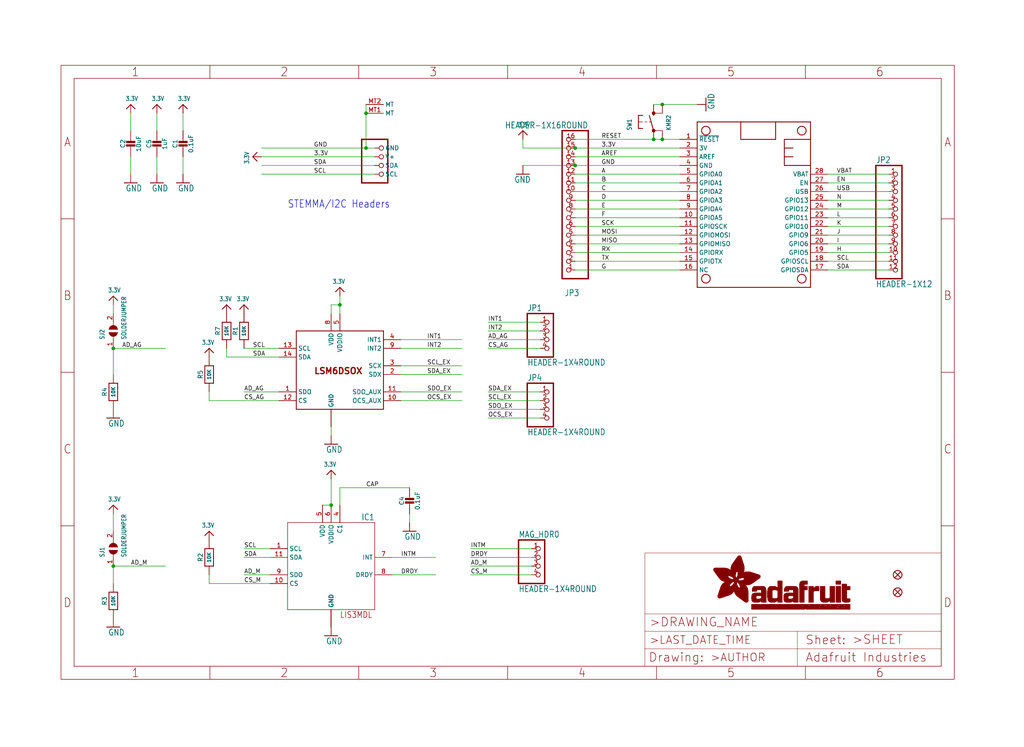
<source format=kicad_sch>
(kicad_sch (version 20211123) (generator eeschema)
  (paper "User" 298.45 217.881)
  (lib_symbols
    (symbol "eagleSchem-eagle-import:3.3V" (power)
      (property "Value" "3.3V" (at -1.524 1.016 0))
      (symbol "3.3V_1_0"
        (pin power_in line (at 0 -2.54 90) (length 2.54) (name "3.3V") (number "1"))
      )
    )
    (symbol "eagleSchem-eagle-import:CAP_CERAMIC0603_NO"
      (property "Reference" "C" (at -2.29 1.25 90))
      (property "Value" "CAP_CERAMIC0603_NO" (at 2.3 1.25 90))
      (symbol "CAP_CERAMIC0603_NO_1_0"
        (pin passive line (at 0 5.08 270) (length 2.54) (name "1") (number "1"))
        (pin passive line (at 0 -2.54 90) (length 2.54) (name "2") (number "2"))
      )
    )
    (symbol "eagleSchem-eagle-import:CAP_CERAMIC0805-NOOUTLINE"
      (property "Reference" "C" (at -2.29 1.25 90))
      (property "Value" "CAP_CERAMIC0805-NOOUTLINE" (at 2.3 1.25 90))
      (symbol "CAP_CERAMIC0805-NOOUTLINE_1_0"
        (pin passive line (at 0 5.08 270) (length 2.54) (name "1") (number "1"))
        (pin passive line (at 0 -2.54 90) (length 2.54) (name "2") (number "2"))
      )
    )
    (symbol "eagleSchem-eagle-import:FEATHERWING"
      (symbol "FEATHERWING_1_0"
        (pin input line (at 5.08 -5.08 90) (length 5.08) (name "~{RESET}") (number "1"))
        (pin bidirectional line (at 27.94 -5.08 90) (length 5.08) (name "GPIOA5") (number "10"))
        (pin bidirectional line (at 30.48 -5.08 90) (length 5.08) (name "GPIOSCK") (number "11"))
        (pin bidirectional line (at 33.02 -5.08 90) (length 5.08) (name "GPIOMOSI") (number "12"))
        (pin bidirectional line (at 35.56 -5.08 90) (length 5.08) (name "GPIOMISO") (number "13"))
        (pin bidirectional line (at 38.1 -5.08 90) (length 5.08) (name "GPIORX") (number "14"))
        (pin bidirectional line (at 40.64 -5.08 90) (length 5.08) (name "GPIOTX") (number "15"))
        (pin passive line (at 43.18 -5.08 90) (length 5.08) (name "NC") (number "16"))
        (pin bidirectional line (at 43.18 38.1 270) (length 5.08) (name "GPIOSDA") (number "17"))
        (pin bidirectional line (at 40.64 38.1 270) (length 5.08) (name "GPIOSCL") (number "18"))
        (pin bidirectional line (at 38.1 38.1 270) (length 5.08) (name "GPIO5") (number "19"))
        (pin power_in line (at 7.62 -5.08 90) (length 5.08) (name "3V") (number "2"))
        (pin bidirectional line (at 35.56 38.1 270) (length 5.08) (name "GPIO6") (number "20"))
        (pin bidirectional line (at 33.02 38.1 270) (length 5.08) (name "GPIO9") (number "21"))
        (pin bidirectional line (at 30.48 38.1 270) (length 5.08) (name "GPIO10") (number "22"))
        (pin bidirectional line (at 27.94 38.1 270) (length 5.08) (name "GPIO11") (number "23"))
        (pin bidirectional line (at 25.4 38.1 270) (length 5.08) (name "GPIO12") (number "24"))
        (pin bidirectional line (at 22.86 38.1 270) (length 5.08) (name "GPIO13") (number "25"))
        (pin power_in line (at 20.32 38.1 270) (length 5.08) (name "USB") (number "26"))
        (pin passive line (at 17.78 38.1 270) (length 5.08) (name "EN") (number "27"))
        (pin power_in line (at 15.24 38.1 270) (length 5.08) (name "VBAT") (number "28"))
        (pin passive line (at 10.16 -5.08 90) (length 5.08) (name "AREF") (number "3"))
        (pin power_in line (at 12.7 -5.08 90) (length 5.08) (name "GND") (number "4"))
        (pin bidirectional line (at 15.24 -5.08 90) (length 5.08) (name "GPIOA0") (number "5"))
        (pin bidirectional line (at 17.78 -5.08 90) (length 5.08) (name "GPIOA1") (number "6"))
        (pin bidirectional line (at 20.32 -5.08 90) (length 5.08) (name "GPIOA2") (number "7"))
        (pin bidirectional line (at 22.86 -5.08 90) (length 5.08) (name "GPIOA3") (number "8"))
        (pin bidirectional line (at 25.4 -5.08 90) (length 5.08) (name "GPIOA4") (number "9"))
      )
    )
    (symbol "eagleSchem-eagle-import:FIDUCIAL_1MM")
    (symbol "eagleSchem-eagle-import:FRAME_A4_ADAFRUIT"
      (symbol "FRAME_A4_ADAFRUIT_0_0"
        (text "1" (at 21.6958 1.905 0) (effects (font (size 2.54 2.286))))
        (text "1" (at 21.6958 177.165 0) (effects (font (size 2.54 2.286))))
        (text "2" (at 65.0875 1.905 0) (effects (font (size 2.54 2.286))))
        (text "2" (at 65.0875 177.165 0) (effects (font (size 2.54 2.286))))
        (text "3" (at 108.4792 1.905 0) (effects (font (size 2.54 2.286))))
        (text "3" (at 108.4792 177.165 0) (effects (font (size 2.54 2.286))))
        (text "4" (at 151.8708 1.905 0) (effects (font (size 2.54 2.286))))
        (text "4" (at 151.8708 177.165 0) (effects (font (size 2.54 2.286))))
        (text "5" (at 195.2625 1.905 0) (effects (font (size 2.54 2.286))))
        (text "5" (at 195.2625 177.165 0) (effects (font (size 2.54 2.286))))
        (text "6" (at 238.6542 1.905 0) (effects (font (size 2.54 2.286))))
        (text "6" (at 238.6542 177.165 0) (effects (font (size 2.54 2.286))))
        (text "A" (at 1.905 156.6863 0) (effects (font (size 2.54 2.286))))
        (text "A" (at 258.445 156.6863 0) (effects (font (size 2.54 2.286))))
        (text "B" (at 1.905 111.9188 0) (effects (font (size 2.54 2.286))))
        (text "B" (at 258.445 111.9188 0) (effects (font (size 2.54 2.286))))
        (text "C" (at 1.905 67.1513 0) (effects (font (size 2.54 2.286))))
        (text "C" (at 258.445 67.1513 0) (effects (font (size 2.54 2.286))))
        (text "D" (at 1.905 22.3838 0) (effects (font (size 2.54 2.286))))
        (text "D" (at 258.445 22.3838 0) (effects (font (size 2.54 2.286))))
      )
      (symbol "FRAME_A4_ADAFRUIT_1_0"
        (text ">AUTHOR" (at 189.23 5.08 0) (effects (font (size 2.286 2.286)) (justify left bottom)))
        (text ">DRAWING_NAME" (at 171.45 15.24 0) (effects (font (size 2.54 2.54)) (justify left bottom)))
        (text ">LAST_DATE_TIME" (at 171.45 10.16 0) (effects (font (size 2.286 2.286)) (justify left bottom)))
        (text ">SHEET" (at 230.505 10.16 0) (effects (font (size 2.54 2.54)) (justify left bottom)))
        (text "Adafruit Industries" (at 216.916 4.953 0) (effects (font (size 2.54 2.54)) (justify left bottom)))
        (text "Drawing:" (at 171.196 4.953 0) (effects (font (size 2.54 2.54)) (justify left bottom)))
        (text "Sheet:" (at 216.916 10.033 0) (effects (font (size 2.54 2.54)) (justify left bottom)))
      )
    )
    (symbol "eagleSchem-eagle-import:GND" (power)
      (property "Value" "GND" (at -2.54 -2.54 0))
      (symbol "GND_1_0"
        (pin power_in line (at 0 2.54 270) (length 2.54) (name "GND") (number "1"))
      )
    )
    (symbol "eagleSchem-eagle-import:HEADER-1X12"
      (property "Reference" "JP" (at -6.35 18.415 0))
      (property "Value" "HEADER-1X12" (at -6.35 -17.78 0))
      (symbol "HEADER-1X12_1_0"
        (pin passive inverted (at -2.54 15.24 0) (length 2.54) (name "1") (number "1"))
        (pin passive inverted (at -2.54 -7.62 0) (length 2.54) (name "10") (number "10"))
        (pin passive inverted (at -2.54 -10.16 0) (length 2.54) (name "11") (number "11"))
        (pin passive inverted (at -2.54 -12.7 0) (length 2.54) (name "12") (number "12"))
        (pin passive inverted (at -2.54 12.7 0) (length 2.54) (name "2") (number "2"))
        (pin passive inverted (at -2.54 10.16 0) (length 2.54) (name "3") (number "3"))
        (pin passive inverted (at -2.54 7.62 0) (length 2.54) (name "4") (number "4"))
        (pin passive inverted (at -2.54 5.08 0) (length 2.54) (name "5") (number "5"))
        (pin passive inverted (at -2.54 2.54 0) (length 2.54) (name "6") (number "6"))
        (pin passive inverted (at -2.54 0 0) (length 2.54) (name "7") (number "7"))
        (pin passive inverted (at -2.54 -2.54 0) (length 2.54) (name "8") (number "8"))
        (pin passive inverted (at -2.54 -5.08 0) (length 2.54) (name "9") (number "9"))
      )
    )
    (symbol "eagleSchem-eagle-import:HEADER-1X16ROUND"
      (property "Reference" "JP" (at -6.35 20.955 0))
      (property "Value" "HEADER-1X16ROUND" (at -6.35 -25.4 0))
      (symbol "HEADER-1X16ROUND_1_0"
        (pin passive inverted (at -2.54 17.78 0) (length 2.54) (name "1") (number "1"))
        (pin passive inverted (at -2.54 -5.08 0) (length 2.54) (name "10") (number "10"))
        (pin passive inverted (at -2.54 -7.62 0) (length 2.54) (name "11") (number "11"))
        (pin passive inverted (at -2.54 -10.16 0) (length 2.54) (name "12") (number "12"))
        (pin passive inverted (at -2.54 -12.7 0) (length 2.54) (name "13") (number "13"))
        (pin passive inverted (at -2.54 -15.24 0) (length 2.54) (name "14") (number "14"))
        (pin passive inverted (at -2.54 -17.78 0) (length 2.54) (name "15") (number "15"))
        (pin passive inverted (at -2.54 -20.32 0) (length 2.54) (name "16") (number "16"))
        (pin passive inverted (at -2.54 15.24 0) (length 2.54) (name "2") (number "2"))
        (pin passive inverted (at -2.54 12.7 0) (length 2.54) (name "3") (number "3"))
        (pin passive inverted (at -2.54 10.16 0) (length 2.54) (name "4") (number "4"))
        (pin passive inverted (at -2.54 7.62 0) (length 2.54) (name "5") (number "5"))
        (pin passive inverted (at -2.54 5.08 0) (length 2.54) (name "6") (number "6"))
        (pin passive inverted (at -2.54 2.54 0) (length 2.54) (name "7") (number "7"))
        (pin passive inverted (at -2.54 0 0) (length 2.54) (name "8") (number "8"))
        (pin passive inverted (at -2.54 -2.54 0) (length 2.54) (name "9") (number "9"))
      )
    )
    (symbol "eagleSchem-eagle-import:HEADER-1X4ROUND"
      (property "Reference" "JP" (at -6.35 8.255 0))
      (property "Value" "HEADER-1X4ROUND" (at -6.35 -7.62 0))
      (symbol "HEADER-1X4ROUND_1_0"
        (pin passive inverted (at -2.54 5.08 0) (length 2.54) (name "1") (number "1"))
        (pin passive inverted (at -2.54 2.54 0) (length 2.54) (name "2") (number "2"))
        (pin passive inverted (at -2.54 0 0) (length 2.54) (name "3") (number "3"))
        (pin passive inverted (at -2.54 -2.54 0) (length 2.54) (name "4") (number "4"))
      )
    )
    (symbol "eagleSchem-eagle-import:LIS3MDL"
      (property "Reference" "IC" (at 12.7 15.24 0))
      (symbol "LIS3MDL_1_0"
        (text "LIS3MDL" (at 2.54 -15.24 0) (effects (font (size 1.778 1.5113)) (justify left bottom)))
        (pin input line (at -17.78 5.08 0) (length 5.08) (name "SCL") (number "1"))
        (pin input line (at -17.78 -5.08 0) (length 5.08) (name "CS") (number "10"))
        (pin bidirectional line (at -17.78 2.54 0) (length 5.08) (name "SDA") (number "11"))
        (pin power_in line (at 0 -17.78 90) (length 5.08) (name "GND") (number "12"))
        (pin power_in line (at 0 -17.78 90) (length 5.08) (name "GND") (number "2"))
        (pin power_in line (at 0 -17.78 90) (length 5.08) (name "GND") (number "3"))
        (pin input line (at 2.54 17.78 270) (length 5.08) (name "C1") (number "4"))
        (pin power_in line (at -2.54 17.78 270) (length 5.08) (name "VDD") (number "5"))
        (pin power_in line (at 0 17.78 270) (length 5.08) (name "VDDIO") (number "6"))
        (pin output line (at 17.78 2.54 180) (length 5.08) (name "INT") (number "7"))
        (pin output line (at 17.78 -2.54 180) (length 5.08) (name "DRDY") (number "8"))
        (pin bidirectional line (at -17.78 -2.54 0) (length 5.08) (name "SDO") (number "9"))
      )
    )
    (symbol "eagleSchem-eagle-import:LSM6DSOX"
      (symbol "LSM6DSOX_1_0"
        (text "LSM6DSOX" (at -5.08 -2.54 0) (effects (font (size 1.778 1.778) (thickness 0.3556) bold) (justify left bottom)))
        (pin bidirectional line (at -15.24 -7.62 0) (length 5.08) (name "SDO") (number "1"))
        (pin bidirectional line (at 20.32 -10.16 180) (length 5.08) (name "OCS_AUX") (number "10"))
        (pin bidirectional line (at 20.32 -7.62 180) (length 5.08) (name "SDO_AUX") (number "11"))
        (pin bidirectional line (at -15.24 -10.16 0) (length 5.08) (name "CS") (number "12"))
        (pin bidirectional line (at -15.24 5.08 0) (length 5.08) (name "SCL") (number "13"))
        (pin bidirectional line (at -15.24 2.54 0) (length 5.08) (name "SDA") (number "14"))
        (pin bidirectional line (at 20.32 -2.54 180) (length 5.08) (name "SDX") (number "2"))
        (pin bidirectional line (at 20.32 0 180) (length 5.08) (name "SCX") (number "3"))
        (pin bidirectional line (at 20.32 7.62 180) (length 5.08) (name "INT1") (number "4"))
        (pin power_in line (at 2.54 15.24 270) (length 5.08) (name "VDDIO") (number "5"))
        (pin power_in line (at 0 -17.78 90) (length 5.08) (name "GND") (number "6"))
        (pin power_in line (at 0 -17.78 90) (length 5.08) (name "GND") (number "7"))
        (pin power_in line (at 0 15.24 270) (length 5.08) (name "VDD") (number "8"))
        (pin bidirectional line (at 20.32 5.08 180) (length 5.08) (name "INT2") (number "9"))
      )
    )
    (symbol "eagleSchem-eagle-import:RESISTOR_0603_NOOUT"
      (property "Reference" "R" (at 0 2.54 0))
      (property "Value" "RESISTOR_0603_NOOUT" (at 0 0 0))
      (symbol "RESISTOR_0603_NOOUT_1_0"
        (pin passive line (at -5.08 0 0) (length 2.54) (name "1") (number "1"))
        (pin passive line (at 5.08 0 180) (length 2.54) (name "2") (number "2"))
      )
    )
    (symbol "eagleSchem-eagle-import:SOLDERJUMPER"
      (property "Reference" "SJ" (at -2.54 2.54 0))
      (property "Value" "SOLDERJUMPER" (at -2.54 -3.81 0))
      (symbol "SOLDERJUMPER_1_0"
        (pin passive line (at -5.08 0 0) (length 2.54) (name "1") (number "1"))
        (pin passive line (at 5.08 0 180) (length 2.54) (name "2") (number "2"))
      )
    )
    (symbol "eagleSchem-eagle-import:STEMMA_I2C_QT"
      (symbol "STEMMA_I2C_QT_1_0"
        (pin passive inverted (at 0 5.08 0) (length 2.54) (name "GND") (number "1"))
        (pin passive inverted (at 0 2.54 0) (length 2.54) (name "V+") (number "2"))
        (pin passive inverted (at 0 0 0) (length 2.54) (name "SDA") (number "3"))
        (pin passive inverted (at 0 -2.54 0) (length 2.54) (name "SCL") (number "4"))
      )
      (symbol "STEMMA_I2C_QT_2_0"
        (pin bidirectional line (at 0 0 0) (length 5.08) (name "MT") (number "MT1"))
      )
      (symbol "STEMMA_I2C_QT_3_0"
        (pin bidirectional line (at 0 0 0) (length 5.08) (name "MT") (number "MT2"))
      )
    )
    (symbol "eagleSchem-eagle-import:SWITCH_TACT_SMT4.6X2.8"
      (property "Reference" "SW" (at -2.54 6.35 0))
      (property "Value" "SWITCH_TACT_SMT4.6X2.8" (at -2.54 -5.08 0))
      (symbol "SWITCH_TACT_SMT4.6X2.8_1_0"
        (pin passive line (at -5.08 0 0) (length 2.54) (name "P") (number "A"))
        (pin passive line (at -5.08 -2.54 0) (length 2.54) (name "P1") (number "A'"))
        (pin passive line (at 5.08 0 180) (length 2.54) (name "S") (number "B"))
        (pin passive line (at 5.08 -2.54 180) (length 2.54) (name "S1") (number "B'"))
      )
    )
  )
  (junction (at 33.02 165.1))
  (junction (at 167.64 48.26))
  (junction (at 96.52 147.32))
  (junction (at 106.68 33.02))
  (junction (at 193.04 40.64))
  (junction (at 193.04 30.48))
  (junction (at 99.06 88.9))
  (junction (at 167.64 43.18))
  (junction (at 106.68 43.18))
  (junction (at 33.02 101.6))
  (junction (at 190.5 40.64))
  (wire (pts (xy 33.02 91.44) (xy 33.02 88.9)))
  (wire (pts (xy 167.64 63.5) (xy 198.12 63.5)))
  (wire (pts (xy 190.5 40.64) (xy 193.04 40.64)))
  (wire (pts (xy 167.64 68.58) (xy 198.12 68.58)))
  (wire (pts (xy 33.02 165.1) (xy 48.26 165.1)))
  (wire (pts (xy 259.08 58.42) (xy 241.3 58.42)))
  (wire (pts (xy 109.22 48.26) (xy 76.2 48.26)))
  (wire (pts (xy 167.64 66.04) (xy 198.12 66.04)))
  (wire (pts (xy 127 167.64) (xy 114.3 167.64)))
  (wire (pts (xy 154.94 165.1) (xy 137.16 165.1)))
  (wire (pts (xy 38.1 45.72) (xy 38.1 50.8)))
  (wire (pts (xy 193.04 40.64) (xy 198.12 40.64)))
  (wire (pts (xy 99.06 91.44) (xy 99.06 88.9)))
  (wire (pts (xy 99.06 142.24) (xy 119.38 142.24)))
  (wire (pts (xy 81.28 114.3) (xy 71.12 114.3)))
  (wire (pts (xy 99.06 147.32) (xy 99.06 142.24)))
  (wire (pts (xy 114.3 162.56) (xy 127 162.56)))
  (wire (pts (xy 53.34 33.02) (xy 53.34 38.1)))
  (wire (pts (xy 259.08 73.66) (xy 241.3 73.66)))
  (wire (pts (xy 259.08 63.5) (xy 241.3 63.5)))
  (wire (pts (xy 134.62 101.6) (xy 116.84 101.6)))
  (wire (pts (xy 116.84 116.84) (xy 134.62 116.84)))
  (wire (pts (xy 167.64 58.42) (xy 198.12 58.42)))
  (wire (pts (xy 81.28 104.14) (xy 66.04 104.14)))
  (wire (pts (xy 157.48 93.98) (xy 142.24 93.98)))
  (wire (pts (xy 142.24 101.6) (xy 157.48 101.6)))
  (wire (pts (xy 66.04 104.14) (xy 66.04 101.6)))
  (wire (pts (xy 60.96 167.64) (xy 60.96 170.18)))
  (wire (pts (xy 259.08 60.96) (xy 241.3 60.96)))
  (wire (pts (xy 116.84 106.68) (xy 134.62 106.68)))
  (wire (pts (xy 96.52 88.9) (xy 96.52 91.44)))
  (wire (pts (xy 116.84 99.06) (xy 134.62 99.06)))
  (wire (pts (xy 259.08 76.2) (xy 241.3 76.2)))
  (wire (pts (xy 167.64 55.88) (xy 198.12 55.88)))
  (wire (pts (xy 33.02 149.86) (xy 33.02 154.94)))
  (wire (pts (xy 167.64 43.18) (xy 152.4 43.18)))
  (wire (pts (xy 96.52 88.9) (xy 99.06 88.9)))
  (wire (pts (xy 76.2 45.72) (xy 109.22 45.72)))
  (wire (pts (xy 106.68 33.02) (xy 106.68 43.18)))
  (wire (pts (xy 109.22 43.18) (xy 106.68 43.18)))
  (wire (pts (xy 142.24 116.84) (xy 157.48 116.84)))
  (wire (pts (xy 152.4 43.18) (xy 152.4 40.64)))
  (wire (pts (xy 167.64 73.66) (xy 198.12 73.66)))
  (wire (pts (xy 157.48 119.38) (xy 142.24 119.38)))
  (wire (pts (xy 154.94 167.64) (xy 137.16 167.64)))
  (wire (pts (xy 71.12 162.56) (xy 78.74 162.56)))
  (wire (pts (xy 33.02 109.22) (xy 33.02 101.6)))
  (wire (pts (xy 167.64 43.18) (xy 198.12 43.18)))
  (wire (pts (xy 259.08 71.12) (xy 241.3 71.12)))
  (wire (pts (xy 167.64 40.64) (xy 190.5 40.64)))
  (wire (pts (xy 99.06 88.9) (xy 99.06 86.36)))
  (wire (pts (xy 60.96 116.84) (xy 60.96 114.3)))
  (wire (pts (xy 167.64 78.74) (xy 198.12 78.74)))
  (wire (pts (xy 167.64 71.12) (xy 198.12 71.12)))
  (wire (pts (xy 142.24 96.52) (xy 157.48 96.52)))
  (wire (pts (xy 106.68 30.48) (xy 106.68 33.02)))
  (wire (pts (xy 167.64 60.96) (xy 198.12 60.96)))
  (wire (pts (xy 134.62 109.22) (xy 116.84 109.22)))
  (wire (pts (xy 45.72 38.1) (xy 45.72 33.02)))
  (wire (pts (xy 167.64 45.72) (xy 198.12 45.72)))
  (wire (pts (xy 33.02 101.6) (xy 48.26 101.6)))
  (wire (pts (xy 45.72 45.72) (xy 45.72 50.8)))
  (wire (pts (xy 96.52 124.46) (xy 96.52 127)))
  (wire (pts (xy 38.1 38.1) (xy 38.1 33.02)))
  (wire (pts (xy 167.64 50.8) (xy 198.12 50.8)))
  (wire (pts (xy 259.08 50.8) (xy 241.3 50.8)))
  (wire (pts (xy 157.48 99.06) (xy 142.24 99.06)))
  (wire (pts (xy 193.04 30.48) (xy 203.2 30.48)))
  (wire (pts (xy 167.64 48.26) (xy 152.4 48.26)))
  (wire (pts (xy 190.5 30.48) (xy 193.04 30.48)))
  (wire (pts (xy 157.48 114.3) (xy 142.24 114.3)))
  (wire (pts (xy 259.08 78.74) (xy 241.3 78.74)))
  (wire (pts (xy 259.08 68.58) (xy 241.3 68.58)))
  (wire (pts (xy 106.68 43.18) (xy 76.2 43.18)))
  (wire (pts (xy 71.12 101.6) (xy 81.28 101.6)))
  (wire (pts (xy 154.94 160.02) (xy 137.16 160.02)))
  (wire (pts (xy 142.24 121.92) (xy 157.48 121.92)))
  (wire (pts (xy 259.08 66.04) (xy 241.3 66.04)))
  (wire (pts (xy 116.84 114.3) (xy 134.62 114.3)))
  (wire (pts (xy 259.08 53.34) (xy 241.3 53.34)))
  (wire (pts (xy 78.74 160.02) (xy 71.12 160.02)))
  (wire (pts (xy 167.64 76.2) (xy 198.12 76.2)))
  (wire (pts (xy 259.08 55.88) (xy 241.3 55.88)))
  (wire (pts (xy 81.28 116.84) (xy 60.96 116.84)))
  (wire (pts (xy 76.2 50.8) (xy 109.22 50.8)))
  (wire (pts (xy 167.64 53.34) (xy 198.12 53.34)))
  (wire (pts (xy 137.16 162.56) (xy 154.94 162.56)))
  (wire (pts (xy 78.74 170.18) (xy 60.96 170.18)))
  (wire (pts (xy 93.98 147.32) (xy 96.52 147.32)))
  (wire (pts (xy 119.38 149.86) (xy 119.38 152.4)))
  (wire (pts (xy 78.74 167.64) (xy 71.12 167.64)))
  (wire (pts (xy 96.52 147.32) (xy 96.52 139.7)))
  (wire (pts (xy 167.64 48.26) (xy 198.12 48.26)))
  (wire (pts (xy 53.34 45.72) (xy 53.34 50.8)))
  (wire (pts (xy 33.02 165.1) (xy 33.02 170.18)))
  (text "STEMMA/I2C Headers" (at 83.82 60.96 180) (effects (font (size 2.1844 1.8567)) (justify left bottom)))
  (label "CAP" (at 106.68 142.24 0) (effects (font (size 1.2446 1.2446))))
  (label "INTM" (at 137.16 160.02 0) (effects (font (size 1.2446 1.2446))))
  (label "AD_M" (at 71.12 167.64 0) (effects (font (size 1.2446 1.2446))))
  (label "I" (at 243.84 71.12 0) (effects (font (size 1.2446 1.2446))))
  (label "AREF" (at 175.26 45.72 0) (effects (font (size 1.2446 1.2446))))
  (label "SCL" (at 73.66 101.6 0) (effects (font (size 1.2446 1.2446))))
  (label "SDA_EX" (at 142.24 114.3 0) (effects (font (size 1.2446 1.2446))))
  (label "N" (at 243.84 58.42 0) (effects (font (size 1.2446 1.2446))))
  (label "SDA" (at 73.66 104.14 0) (effects (font (size 1.2446 1.2446))))
  (label "INT2" (at 124.46 101.6 0) (effects (font (size 1.2446 1.2446))))
  (label "RESET" (at 175.26 40.64 0) (effects (font (size 1.2446 1.2446))))
  (label "GND" (at 91.44 43.18 0) (effects (font (size 1.2446 1.2446))))
  (label "M" (at 243.84 60.96 0) (effects (font (size 1.2446 1.2446))))
  (label "VBAT" (at 243.84 50.8 0) (effects (font (size 1.2446 1.2446))))
  (label "SDA" (at 71.12 162.56 0) (effects (font (size 1.2446 1.2446))))
  (label "F" (at 175.26 63.5 0) (effects (font (size 1.2446 1.2446))))
  (label "3.3V" (at 175.26 43.18 0) (effects (font (size 1.2446 1.2446))))
  (label "AD_AG" (at 35.56 101.6 0) (effects (font (size 1.2446 1.2446))))
  (label "INTM" (at 116.84 162.56 0) (effects (font (size 1.2446 1.2446))))
  (label "SDO_EX" (at 124.46 114.3 0) (effects (font (size 1.2446 1.2446))))
  (label "D" (at 175.26 58.42 0) (effects (font (size 1.2446 1.2446))))
  (label "J" (at 243.84 68.58 0) (effects (font (size 1.2446 1.2446))))
  (label "K" (at 243.84 66.04 0) (effects (font (size 1.2446 1.2446))))
  (label "SCL" (at 91.44 50.8 0) (effects (font (size 1.2446 1.2446))))
  (label "CS_AG" (at 142.24 101.6 0) (effects (font (size 1.2446 1.2446))))
  (label "B" (at 175.26 53.34 0) (effects (font (size 1.2446 1.2446))))
  (label "H" (at 243.84 73.66 0) (effects (font (size 1.2446 1.2446))))
  (label "C" (at 175.26 55.88 0) (effects (font (size 1.2446 1.2446))))
  (label "USB" (at 243.84 55.88 0) (effects (font (size 1.2446 1.2446))))
  (label "INT1" (at 142.24 93.98 0) (effects (font (size 1.2446 1.2446))))
  (label "L" (at 243.84 63.5 0) (effects (font (size 1.2446 1.2446))))
  (label "G" (at 175.26 78.74 0) (effects (font (size 1.2446 1.2446))))
  (label "SCL_EX" (at 124.46 106.68 0) (effects (font (size 1.2446 1.2446))))
  (label "INT1" (at 124.46 99.06 0) (effects (font (size 1.2446 1.2446))))
  (label "INT2" (at 142.24 96.52 0) (effects (font (size 1.2446 1.2446))))
  (label "AD_M" (at 137.16 165.1 0) (effects (font (size 1.2446 1.2446))))
  (label "MOSI" (at 175.26 68.58 0) (effects (font (size 1.2446 1.2446))))
  (label "3.3V" (at 91.44 45.72 0) (effects (font (size 1.2446 1.2446))))
  (label "AD_M" (at 38.1 165.1 0) (effects (font (size 1.2446 1.2446))))
  (label "MISO" (at 175.26 71.12 0) (effects (font (size 1.2446 1.2446))))
  (label "A" (at 175.26 50.8 0) (effects (font (size 1.2446 1.2446))))
  (label "RX" (at 175.26 73.66 0) (effects (font (size 1.2446 1.2446))))
  (label "CS_M" (at 137.16 167.64 0) (effects (font (size 1.2446 1.2446))))
  (label "SDA_EX" (at 124.46 109.22 0) (effects (font (size 1.2446 1.2446))))
  (label "SCL" (at 71.12 160.02 0) (effects (font (size 1.2446 1.2446))))
  (label "OCS_EX" (at 124.46 116.84 0) (effects (font (size 1.2446 1.2446))))
  (label "SDA" (at 91.44 48.26 0) (effects (font (size 1.2446 1.2446))))
  (label "SDA" (at 243.84 78.74 0) (effects (font (size 1.2446 1.2446))))
  (label "SDO_EX" (at 142.24 119.38 0) (effects (font (size 1.2446 1.2446))))
  (label "DRDY" (at 116.84 167.64 0) (effects (font (size 1.2446 1.2446))))
  (label "AD_AG" (at 71.12 114.3 0) (effects (font (size 1.2446 1.2446))))
  (label "CS_M" (at 71.12 170.18 0) (effects (font (size 1.2446 1.2446))))
  (label "TX" (at 175.26 76.2 0) (effects (font (size 1.2446 1.2446))))
  (label "CS_AG" (at 71.12 116.84 0) (effects (font (size 1.2446 1.2446))))
  (label "EN" (at 243.84 53.34 0) (effects (font (size 1.2446 1.2446))))
  (label "SCK" (at 175.26 66.04 0) (effects (font (size 1.2446 1.2446))))
  (label "DRDY" (at 137.16 162.56 0) (effects (font (size 1.2446 1.2446))))
  (label "GND" (at 175.26 48.26 0) (effects (font (size 1.2446 1.2446))))
  (label "AD_AG" (at 142.24 99.06 0) (effects (font (size 1.2446 1.2446))))
  (label "SCL" (at 243.84 76.2 0) (effects (font (size 1.2446 1.2446))))
  (label "SCL_EX" (at 142.24 116.84 0) (effects (font (size 1.2446 1.2446))))
  (label "E" (at 175.26 60.96 0) (effects (font (size 1.2446 1.2446))))
  (label "OCS_EX" (at 142.24 121.92 0) (effects (font (size 1.2446 1.2446))))
  (symbol (lib_id "eagleSchem-eagle-import:SOLDERJUMPER") (at 33.02 96.52 90) (unit 1)
    (property "Reference" "SJ2" (at 30.48 99.06 0) (effects (font (size 1.27 1.0795)) (justify left bottom)))
    (property "Value" "SOLDERJUMPER" (at 36.83 99.06 0) (effects (font (size 1.27 1.0795)) (justify left bottom)))
    (property "Footprint" "eagleSchem:SOLDERJUMPER_ARROW_NOPASTE" (effects hide))
  )
  (symbol (lib_id "eagleSchem-eagle-import:3.3V") (at 53.34 30.48 0) (unit 1)
    (property "Reference" "#U$14" (effects hide))
    (property "Value" "3.3V" (at 51.816 29.464 0) (effects (font (size 1.27 1.0795)) (justify left bottom)))
    (property "Footprint" "eagleSchem:" (effects hide))
  )
  (symbol (lib_id "eagleSchem-eagle-import:HEADER-1X4ROUND") (at 160.02 119.38 0) (unit 1)
    (property "Reference" "JP4" (at 153.67 111.125 0) (effects (font (size 1.778 1.5113)) (justify left bottom)))
    (property "Value" "HEADER-1X4ROUND" (at 153.67 127 0) (effects (font (size 1.778 1.5113)) (justify left bottom)))
    (property "Footprint" "eagleSchem:1X04_ROUND" (effects hide))
  )
  (symbol (lib_id "eagleSchem-eagle-import:HEADER-1X12") (at 261.62 66.04 0) (unit 1)
    (property "Reference" "JP2" (at 255.27 47.625 0) (effects (font (size 1.778 1.5113)) (justify left bottom)))
    (property "Value" "HEADER-1X12" (at 255.27 83.82 0) (effects (font (size 1.778 1.5113)) (justify left bottom)))
    (property "Footprint" "eagleSchem:1X12_ROUND" (effects hide))
  )
  (symbol (lib_id "eagleSchem-eagle-import:GND") (at 53.34 53.34 0) (unit 1)
    (property "Reference" "#U$6" (effects hide))
    (property "Value" "GND" (at 51.816 55.88 0) (effects (font (size 1.778 1.5113)) (justify left bottom)))
    (property "Footprint" "eagleSchem:" (effects hide))
  )
  (symbol (lib_id "eagleSchem-eagle-import:GND") (at 152.4 50.8 0) (unit 1)
    (property "Reference" "#GND1" (effects hide))
    (property "Value" "GND" (at 149.86 53.34 0) (effects (font (size 1.778 1.5113)) (justify left bottom)))
    (property "Footprint" "eagleSchem:" (effects hide))
  )
  (symbol (lib_id "eagleSchem-eagle-import:3.3V") (at 99.06 83.82 0) (mirror y) (unit 1)
    (property "Reference" "#U$28" (effects hide))
    (property "Value" "3.3V" (at 100.584 82.804 0) (effects (font (size 1.27 1.0795)) (justify left bottom)))
    (property "Footprint" "eagleSchem:" (effects hide))
  )
  (symbol (lib_id "eagleSchem-eagle-import:RESISTOR_0603_NOOUT") (at 66.04 96.52 90) (unit 1)
    (property "Reference" "R7" (at 63.5 96.52 0))
    (property "Value" "10K" (at 66.04 96.52 0) (effects (font (size 1.016 1.016) bold)))
    (property "Footprint" "eagleSchem:0603-NO" (effects hide))
  )
  (symbol (lib_id "eagleSchem-eagle-import:3.3V") (at 152.4 38.1 0) (unit 1)
    (property "Reference" "#U$40" (effects hide))
    (property "Value" "3.3V" (at 150.876 37.084 0) (effects (font (size 1.27 1.0795)) (justify left bottom)))
    (property "Footprint" "eagleSchem:" (effects hide))
  )
  (symbol (lib_id "eagleSchem-eagle-import:3.3V") (at 60.96 101.6 0) (mirror y) (unit 1)
    (property "Reference" "#U$3" (effects hide))
    (property "Value" "3.3V" (at 62.484 100.584 0) (effects (font (size 1.27 1.0795)) (justify left bottom)))
    (property "Footprint" "eagleSchem:" (effects hide))
  )
  (symbol (lib_id "eagleSchem-eagle-import:HEADER-1X16ROUND") (at 165.1 60.96 180) (unit 1)
    (property "Reference" "JP3" (at 168.91 84.455 0) (effects (font (size 1.778 1.5113)) (justify left bottom)))
    (property "Value" "HEADER-1X16ROUND" (at 171.45 35.56 0) (effects (font (size 1.778 1.5113)) (justify left bottom)))
    (property "Footprint" "eagleSchem:1X16_ROUND" (effects hide))
  )
  (symbol (lib_id "eagleSchem-eagle-import:FEATHERWING") (at 203.2 35.56 270) (unit 1)
    (property "Reference" "MS1" (effects hide))
    (property "Value" "FEATHERWING" (effects hide))
    (property "Footprint" "eagleSchem:FEATHERWING" (effects hide))
  )
  (symbol (lib_id "eagleSchem-eagle-import:FIDUCIAL_1MM") (at 261.62 167.64 0) (unit 1)
    (property "Reference" "FID2" (effects hide))
    (property "Value" "FIDUCIAL_1MM" (effects hide))
    (property "Footprint" "eagleSchem:FIDUCIAL_1MM" (effects hide))
  )
  (symbol (lib_id "eagleSchem-eagle-import:GND") (at 119.38 154.94 0) (unit 1)
    (property "Reference" "#U$9" (effects hide))
    (property "Value" "GND" (at 117.856 157.48 0) (effects (font (size 1.778 1.5113)) (justify left bottom)))
    (property "Footprint" "eagleSchem:" (effects hide))
  )
  (symbol (lib_id "eagleSchem-eagle-import:GND") (at 96.52 129.54 0) (unit 1)
    (property "Reference" "#U$12" (effects hide))
    (property "Value" "GND" (at 94.996 132.08 0) (effects (font (size 1.778 1.5113)) (justify left bottom)))
    (property "Footprint" "eagleSchem:" (effects hide))
  )
  (symbol (lib_id "eagleSchem-eagle-import:RESISTOR_0603_NOOUT") (at 71.12 96.52 90) (unit 1)
    (property "Reference" "R1" (at 68.58 96.52 0))
    (property "Value" "10K" (at 71.12 96.52 0) (effects (font (size 1.016 1.016) bold)))
    (property "Footprint" "eagleSchem:0603-NO" (effects hide))
  )
  (symbol (lib_id "eagleSchem-eagle-import:RESISTOR_0603_NOOUT") (at 60.96 109.22 90) (unit 1)
    (property "Reference" "R5" (at 58.42 109.22 0))
    (property "Value" "10K" (at 60.96 109.22 0) (effects (font (size 1.016 1.016) bold)))
    (property "Footprint" "eagleSchem:0603-NO" (effects hide))
  )
  (symbol (lib_id "eagleSchem-eagle-import:3.3V") (at 33.02 147.32 0) (unit 1)
    (property "Reference" "#U$33" (effects hide))
    (property "Value" "3.3V" (at 31.496 146.304 0) (effects (font (size 1.27 1.0795)) (justify left bottom)))
    (property "Footprint" "eagleSchem:" (effects hide))
  )
  (symbol (lib_id "eagleSchem-eagle-import:GND") (at 33.02 182.88 0) (unit 1)
    (property "Reference" "#U$11" (effects hide))
    (property "Value" "GND" (at 31.496 185.42 0) (effects (font (size 1.778 1.5113)) (justify left bottom)))
    (property "Footprint" "eagleSchem:" (effects hide))
  )
  (symbol (lib_id "eagleSchem-eagle-import:LIS3MDL") (at 96.52 165.1 0) (unit 1)
    (property "Reference" "IC1" (at 109.22 149.86 0) (effects (font (size 1.778 1.5113)) (justify right top)))
    (property "Value" "LIS3MDL" (effects hide))
    (property "Footprint" "eagleSchem:LGA12_2X2MM" (effects hide))
  )
  (symbol (lib_id "eagleSchem-eagle-import:3.3V") (at 71.12 88.9 0) (mirror y) (unit 1)
    (property "Reference" "#U$7" (effects hide))
    (property "Value" "3.3V" (at 72.644 87.884 0) (effects (font (size 1.27 1.0795)) (justify left bottom)))
    (property "Footprint" "eagleSchem:" (effects hide))
  )
  (symbol (lib_id "eagleSchem-eagle-import:HEADER-1X4ROUND") (at 160.02 99.06 0) (unit 1)
    (property "Reference" "JP1" (at 153.67 90.805 0) (effects (font (size 1.778 1.5113)) (justify left bottom)))
    (property "Value" "HEADER-1X4ROUND" (at 153.67 106.68 0) (effects (font (size 1.778 1.5113)) (justify left bottom)))
    (property "Footprint" "eagleSchem:1X04_ROUND" (effects hide))
  )
  (symbol (lib_id "eagleSchem-eagle-import:3.3V") (at 60.96 154.94 0) (mirror y) (unit 1)
    (property "Reference" "#U$1" (effects hide))
    (property "Value" "3.3V" (at 62.484 153.924 0) (effects (font (size 1.27 1.0795)) (justify left bottom)))
    (property "Footprint" "eagleSchem:" (effects hide))
  )
  (symbol (lib_id "eagleSchem-eagle-import:GND") (at 38.1 53.34 0) (unit 1)
    (property "Reference" "#U$16" (effects hide))
    (property "Value" "GND" (at 36.576 55.88 0) (effects (font (size 1.778 1.5113)) (justify left bottom)))
    (property "Footprint" "eagleSchem:" (effects hide))
  )
  (symbol (lib_id "eagleSchem-eagle-import:STEMMA_I2C_QT") (at 106.68 30.48 0) (unit 3)
    (property "Reference" "CONN4" (effects hide))
    (property "Value" "STEMMA_I2C_QT" (effects hide))
    (property "Footprint" "eagleSchem:JST_SH4" (effects hide))
  )
  (symbol (lib_id "eagleSchem-eagle-import:GND") (at 33.02 121.92 0) (unit 1)
    (property "Reference" "#U$8" (effects hide))
    (property "Value" "GND" (at 31.496 124.46 0) (effects (font (size 1.778 1.5113)) (justify left bottom)))
    (property "Footprint" "eagleSchem:" (effects hide))
  )
  (symbol (lib_id "eagleSchem-eagle-import:FRAME_A4_ADAFRUIT") (at 17.78 198.12 0) (unit 1)
    (property "Reference" "#U$18" (effects hide))
    (property "Value" "FRAME_A4_ADAFRUIT" (effects hide))
    (property "Footprint" "eagleSchem:" (effects hide))
  )
  (symbol (lib_id "eagleSchem-eagle-import:FIDUCIAL_1MM") (at 261.62 172.72 0) (unit 1)
    (property "Reference" "FID1" (effects hide))
    (property "Value" "FIDUCIAL_1MM" (effects hide))
    (property "Footprint" "eagleSchem:FIDUCIAL_1MM" (effects hide))
  )
  (symbol (lib_id "eagleSchem-eagle-import:3.3V") (at 38.1 30.48 0) (unit 1)
    (property "Reference" "#U$15" (effects hide))
    (property "Value" "3.3V" (at 36.576 29.464 0) (effects (font (size 1.27 1.0795)) (justify left bottom)))
    (property "Footprint" "eagleSchem:" (effects hide))
  )
  (symbol (lib_id "eagleSchem-eagle-import:RESISTOR_0603_NOOUT") (at 60.96 162.56 90) (unit 1)
    (property "Reference" "R2" (at 58.42 162.56 0))
    (property "Value" "10K" (at 60.96 162.56 0) (effects (font (size 1.016 1.016) bold)))
    (property "Footprint" "eagleSchem:0603-NO" (effects hide))
  )
  (symbol (lib_id "eagleSchem-eagle-import:RESISTOR_0603_NOOUT") (at 33.02 175.26 90) (unit 1)
    (property "Reference" "R3" (at 30.48 175.26 0))
    (property "Value" "10K" (at 33.02 175.26 0) (effects (font (size 1.016 1.016) bold)))
    (property "Footprint" "eagleSchem:0603-NO" (effects hide))
  )
  (symbol (lib_id "eagleSchem-eagle-import:CAP_CERAMIC0603_NO") (at 45.72 43.18 0) (unit 1)
    (property "Reference" "C5" (at 43.43 41.93 90))
    (property "Value" "1uF" (at 48.02 41.93 90))
    (property "Footprint" "eagleSchem:0603-NO" (effects hide))
  )
  (symbol (lib_id "eagleSchem-eagle-import:3.3V") (at 66.04 88.9 0) (mirror y) (unit 1)
    (property "Reference" "#U$10" (effects hide))
    (property "Value" "3.3V" (at 67.564 87.884 0) (effects (font (size 1.27 1.0795)) (justify left bottom)))
    (property "Footprint" "eagleSchem:" (effects hide))
  )
  (symbol (lib_id "eagleSchem-eagle-import:STEMMA_I2C_QT") (at 106.68 33.02 0) (unit 2)
    (property "Reference" "CONN4" (effects hide))
    (property "Value" "STEMMA_I2C_QT" (effects hide))
    (property "Footprint" "eagleSchem:JST_SH4" (effects hide))
  )
  (symbol (lib_id "eagleSchem-eagle-import:GND") (at 205.74 30.48 90) (unit 1)
    (property "Reference" "#U$46" (effects hide))
    (property "Value" "GND" (at 208.28 32.004 0) (effects (font (size 1.778 1.5113)) (justify left bottom)))
    (property "Footprint" "eagleSchem:" (effects hide))
  )
  (symbol (lib_id "eagleSchem-eagle-import:SWITCH_TACT_SMT4.6X2.8") (at 190.5 35.56 90) (unit 1)
    (property "Reference" "SW1" (at 184.15 38.1 0) (effects (font (size 1.27 1.0795)) (justify left bottom)))
    (property "Value" "KMR2" (at 195.58 38.1 0) (effects (font (size 1.27 1.0795)) (justify left bottom)))
    (property "Footprint" "eagleSchem:BTN_KMR2_4.6X2.8" (effects hide))
  )
  (symbol (lib_id "eagleSchem-eagle-import:3.3V") (at 45.72 30.48 0) (unit 1)
    (property "Reference" "#U$22" (effects hide))
    (property "Value" "3.3V" (at 44.196 29.464 0) (effects (font (size 1.27 1.0795)) (justify left bottom)))
    (property "Footprint" "eagleSchem:" (effects hide))
  )
  (symbol (lib_id "eagleSchem-eagle-import:LSM6DSOX") (at 96.52 106.68 0) (unit 1)
    (property "Reference" "U$35" (effects hide))
    (property "Value" "LSM6DSOX" (effects hide))
    (property "Footprint" "eagleSchem:LGA-14L" (effects hide))
  )
  (symbol (lib_id "eagleSchem-eagle-import:3.3V") (at 33.02 86.36 0) (unit 1)
    (property "Reference" "#U$34" (effects hide))
    (property "Value" "3.3V" (at 31.496 85.344 0) (effects (font (size 1.27 1.0795)) (justify left bottom)))
    (property "Footprint" "eagleSchem:" (effects hide))
  )
  (symbol (lib_id "eagleSchem-eagle-import:CAP_CERAMIC0603_NO") (at 119.38 147.32 0) (unit 1)
    (property "Reference" "C4" (at 117.09 146.07 90))
    (property "Value" "0.1uF" (at 121.68 146.07 90))
    (property "Footprint" "eagleSchem:0603-NO" (effects hide))
  )
  (symbol (lib_id "eagleSchem-eagle-import:GND") (at 45.72 53.34 0) (unit 1)
    (property "Reference" "#U$27" (effects hide))
    (property "Value" "GND" (at 44.196 55.88 0) (effects (font (size 1.778 1.5113)) (justify left bottom)))
    (property "Footprint" "eagleSchem:" (effects hide))
  )
  (symbol (lib_id "eagleSchem-eagle-import:STEMMA_I2C_QT") (at 109.22 48.26 0) (unit 1)
    (property "Reference" "CONN4" (effects hide))
    (property "Value" "STEMMA_I2C_QT" (effects hide))
    (property "Footprint" "eagleSchem:JST_SH4" (effects hide))
  )
  (symbol (lib_id "eagleSchem-eagle-import:CAP_CERAMIC0805-NOOUTLINE") (at 38.1 43.18 0) (unit 1)
    (property "Reference" "C2" (at 35.81 41.93 90))
    (property "Value" "10uF" (at 40.4 41.93 90))
    (property "Footprint" "eagleSchem:0805-NO" (effects hide))
  )
  (symbol (lib_id "eagleSchem-eagle-import:RESISTOR_0603_NOOUT") (at 33.02 114.3 90) (unit 1)
    (property "Reference" "R4" (at 30.48 114.3 0))
    (property "Value" "10K" (at 33.02 114.3 0) (effects (font (size 1.016 1.016) bold)))
    (property "Footprint" "eagleSchem:0603-NO" (effects hide))
  )
  (symbol (lib_id "eagleSchem-eagle-import:CAP_CERAMIC0603_NO") (at 53.34 43.18 0) (unit 1)
    (property "Reference" "C1" (at 51.05 41.93 90))
    (property "Value" "0.1uF" (at 55.64 41.93 90))
    (property "Footprint" "eagleSchem:0603-NO" (effects hide))
  )
  (symbol (lib_id "eagleSchem-eagle-import:GND") (at 96.52 185.42 0) (unit 1)
    (property "Reference" "#U$2" (effects hide))
    (property "Value" "GND" (at 94.996 187.96 0) (effects (font (size 1.778 1.5113)) (justify left bottom)))
    (property "Footprint" "eagleSchem:" (effects hide))
  )
  (symbol (lib_id "eagleSchem-eagle-import:3.3V") (at 96.52 137.16 0) (mirror y) (unit 1)
    (property "Reference" "#U$4" (effects hide))
    (property "Value" "3.3V" (at 98.044 136.144 0) (effects (font (size 1.27 1.0795)) (justify left bottom)))
    (property "Footprint" "eagleSchem:" (effects hide))
  )
  (symbol (lib_id "eagleSchem-eagle-import:3.3V") (at 73.66 45.72 90) (mirror x) (unit 1)
    (property "Reference" "#U$5" (effects hide))
    (property "Value" "3.3V" (at 72.644 44.196 0) (effects (font (size 1.27 1.0795)) (justify left bottom)))
    (property "Footprint" "eagleSchem:" (effects hide))
  )
  (symbol (lib_id "eagleSchem-eagle-import:SOLDERJUMPER") (at 33.02 160.02 90) (unit 1)
    (property "Reference" "SJ1" (at 30.48 162.56 0) (effects (font (size 1.27 1.0795)) (justify left bottom)))
    (property "Value" "SOLDERJUMPER" (at 36.83 162.56 0) (effects (font (size 1.27 1.0795)) (justify left bottom)))
    (property "Footprint" "eagleSchem:SOLDERJUMPER_ARROW_NOPASTE" (effects hide))
  )
  (symbol (lib_id "eagleSchem-eagle-import:HEADER-1X4ROUND") (at 157.48 165.1 0) (unit 1)
    (property "Reference" "MAG_HDR0" (at 151.13 156.845 0) (effects (font (size 1.778 1.5113)) (justify left bottom)))
    (property "Value" "HEADER-1X4ROUND" (at 151.13 172.72 0) (effects (font (size 1.778 1.5113)) (justify left bottom)))
    (property "Footprint" "eagleSchem:1X04_ROUND" (effects hide))
  )
)
</source>
